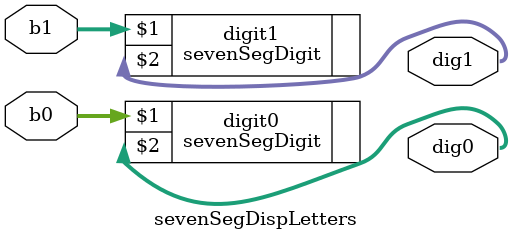
<source format=sv>
module sevenSegDispLetters(b1, b0, dig1, dig0);
	input [3:0] b1, b0;
	output [7:0] dig1, dig0;
	
	sevenSegDigit digit1(b1, dig1);
	sevenSegDigit digit0(b0, dig0);
endmodule
</source>
